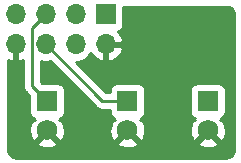
<source format=gbr>
%TF.GenerationSoftware,KiCad,Pcbnew,(5.1.10-1-10_14)*%
%TF.CreationDate,2022-01-10T10:47:52-08:00*%
%TF.ProjectId,ThermistorExpander-kicad,54686572-6d69-4737-946f-72457870616e,rev?*%
%TF.SameCoordinates,Original*%
%TF.FileFunction,Copper,L1,Top*%
%TF.FilePolarity,Positive*%
%FSLAX46Y46*%
G04 Gerber Fmt 4.6, Leading zero omitted, Abs format (unit mm)*
G04 Created by KiCad (PCBNEW (5.1.10-1-10_14)) date 2022-01-10 10:47:52*
%MOMM*%
%LPD*%
G01*
G04 APERTURE LIST*
%TA.AperFunction,ComponentPad*%
%ADD10R,1.700000X1.700000*%
%TD*%
%TA.AperFunction,ComponentPad*%
%ADD11O,1.700000X1.700000*%
%TD*%
%TA.AperFunction,ComponentPad*%
%ADD12R,1.750000X1.750000*%
%TD*%
%TA.AperFunction,ComponentPad*%
%ADD13C,1.750000*%
%TD*%
%TA.AperFunction,ViaPad*%
%ADD14C,0.800000*%
%TD*%
%TA.AperFunction,Conductor*%
%ADD15C,0.250000*%
%TD*%
%TA.AperFunction,Conductor*%
%ADD16C,0.254000*%
%TD*%
%TA.AperFunction,Conductor*%
%ADD17C,0.100000*%
%TD*%
G04 APERTURE END LIST*
D10*
%TO.P,J1,1*%
%TO.N,Net-(J1-Pad1)*%
X128270000Y-74930000D03*
D11*
%TO.P,J1,2*%
%TO.N,GND*%
X128270000Y-77470000D03*
%TO.P,J1,3*%
%TO.N,/V2.0*%
X125730000Y-74930000D03*
%TO.P,J1,4*%
%TO.N,/V3.0*%
X125730000Y-77470000D03*
%TO.P,J1,5*%
%TO.N,/TH2*%
X123190000Y-74930000D03*
%TO.P,J1,6*%
%TO.N,/TH3*%
X123190000Y-77470000D03*
%TO.P,J1,7*%
%TO.N,Net-(J1-Pad7)*%
X120650000Y-74930000D03*
%TO.P,J1,8*%
%TO.N,GND*%
X120650000Y-77470000D03*
%TD*%
D12*
%TO.P,J4,1*%
%TO.N,/TH4*%
X136906000Y-82270600D03*
D13*
%TO.P,J4,2*%
%TO.N,GND*%
X136906000Y-84770600D03*
%TD*%
D12*
%TO.P,J3,1*%
%TO.N,/TH3*%
X130098800Y-82270600D03*
D13*
%TO.P,J3,2*%
%TO.N,GND*%
X130098800Y-84770600D03*
%TD*%
D12*
%TO.P,J2,1*%
%TO.N,/TH2*%
X123291600Y-82270600D03*
D13*
%TO.P,J2,2*%
%TO.N,GND*%
X123291600Y-84770600D03*
%TD*%
D14*
%TO.N,GND*%
X136601200Y-76022200D03*
%TD*%
D15*
%TO.N,/TH2*%
X122014999Y-80993999D02*
X123291600Y-82270600D01*
X122014999Y-76105001D02*
X122014999Y-80993999D01*
X123190000Y-74930000D02*
X122014999Y-76105001D01*
%TO.N,/TH3*%
X127990600Y-82270600D02*
X130098800Y-82270600D01*
X123190000Y-77470000D02*
X127990600Y-82270600D01*
%TD*%
D16*
%TO.N,GND*%
X138624069Y-74309322D02*
X138737446Y-74343553D01*
X138842019Y-74399155D01*
X138933796Y-74474007D01*
X139009291Y-74565264D01*
X139065619Y-74669444D01*
X139100640Y-74782576D01*
X139116201Y-74930631D01*
X139116200Y-86429321D01*
X139101478Y-86579469D01*
X139067247Y-86692846D01*
X139011646Y-86797417D01*
X138936794Y-86889195D01*
X138845535Y-86964691D01*
X138741360Y-87021019D01*
X138628224Y-87056040D01*
X138480179Y-87071600D01*
X120656879Y-87071600D01*
X120506731Y-87056878D01*
X120393354Y-87022647D01*
X120288783Y-86967046D01*
X120197005Y-86892194D01*
X120121509Y-86800935D01*
X120065181Y-86696760D01*
X120030160Y-86583624D01*
X120014600Y-86435579D01*
X120014600Y-85816840D01*
X122424965Y-85816840D01*
X122505625Y-86068468D01*
X122773929Y-86196867D01*
X123062126Y-86270455D01*
X123359143Y-86286404D01*
X123653563Y-86244101D01*
X123934074Y-86145172D01*
X124077575Y-86068468D01*
X124158235Y-85816840D01*
X129232165Y-85816840D01*
X129312825Y-86068468D01*
X129581129Y-86196867D01*
X129869326Y-86270455D01*
X130166343Y-86286404D01*
X130460763Y-86244101D01*
X130741274Y-86145172D01*
X130884775Y-86068468D01*
X130965435Y-85816840D01*
X136039365Y-85816840D01*
X136120025Y-86068468D01*
X136388329Y-86196867D01*
X136676526Y-86270455D01*
X136973543Y-86286404D01*
X137267963Y-86244101D01*
X137548474Y-86145172D01*
X137691975Y-86068468D01*
X137772635Y-85816840D01*
X136906000Y-84950205D01*
X136039365Y-85816840D01*
X130965435Y-85816840D01*
X130098800Y-84950205D01*
X129232165Y-85816840D01*
X124158235Y-85816840D01*
X123291600Y-84950205D01*
X122424965Y-85816840D01*
X120014600Y-85816840D01*
X120014600Y-78804285D01*
X120145901Y-78866825D01*
X120293110Y-78911476D01*
X120523000Y-78790155D01*
X120523000Y-77597000D01*
X120503000Y-77597000D01*
X120503000Y-77343000D01*
X120523000Y-77343000D01*
X120523000Y-77323000D01*
X120777000Y-77323000D01*
X120777000Y-77343000D01*
X120797000Y-77343000D01*
X120797000Y-77597000D01*
X120777000Y-77597000D01*
X120777000Y-78790155D01*
X121006890Y-78911476D01*
X121154099Y-78866825D01*
X121255000Y-78818765D01*
X121255000Y-80956667D01*
X121251323Y-80993999D01*
X121265997Y-81142984D01*
X121309453Y-81286245D01*
X121380025Y-81418275D01*
X121451200Y-81505001D01*
X121474999Y-81534000D01*
X121503997Y-81557798D01*
X121778528Y-81832329D01*
X121778528Y-83145600D01*
X121790788Y-83270082D01*
X121827098Y-83389780D01*
X121886063Y-83500094D01*
X121965415Y-83596785D01*
X122062106Y-83676137D01*
X122172420Y-83735102D01*
X122179902Y-83737372D01*
X122129333Y-83787941D01*
X122245358Y-83903966D01*
X121993732Y-83984625D01*
X121865333Y-84252929D01*
X121791745Y-84541126D01*
X121775796Y-84838143D01*
X121818099Y-85132563D01*
X121917028Y-85413074D01*
X121993732Y-85556575D01*
X122245360Y-85637235D01*
X123111995Y-84770600D01*
X123097853Y-84756458D01*
X123277458Y-84576853D01*
X123291600Y-84590995D01*
X123305743Y-84576853D01*
X123485348Y-84756458D01*
X123471205Y-84770600D01*
X124337840Y-85637235D01*
X124589468Y-85556575D01*
X124717867Y-85288271D01*
X124791455Y-85000074D01*
X124807404Y-84703057D01*
X124765101Y-84408637D01*
X124666172Y-84128126D01*
X124589468Y-83984625D01*
X124337842Y-83903966D01*
X124453867Y-83787941D01*
X124403298Y-83737372D01*
X124410780Y-83735102D01*
X124521094Y-83676137D01*
X124617785Y-83596785D01*
X124697137Y-83500094D01*
X124756102Y-83389780D01*
X124792412Y-83270082D01*
X124804672Y-83145600D01*
X124804672Y-81395600D01*
X124792412Y-81271118D01*
X124756102Y-81151420D01*
X124697137Y-81041106D01*
X124617785Y-80944415D01*
X124521094Y-80865063D01*
X124410780Y-80806098D01*
X124291082Y-80769788D01*
X124166600Y-80757528D01*
X122853329Y-80757528D01*
X122774999Y-80679198D01*
X122774999Y-78901544D01*
X123043740Y-78955000D01*
X123336260Y-78955000D01*
X123556408Y-78911209D01*
X127426801Y-82781603D01*
X127450599Y-82810601D01*
X127479597Y-82834399D01*
X127566324Y-82905574D01*
X127698353Y-82976146D01*
X127841614Y-83019603D01*
X127990600Y-83034277D01*
X128027933Y-83030600D01*
X128585728Y-83030600D01*
X128585728Y-83145600D01*
X128597988Y-83270082D01*
X128634298Y-83389780D01*
X128693263Y-83500094D01*
X128772615Y-83596785D01*
X128869306Y-83676137D01*
X128979620Y-83735102D01*
X128987102Y-83737372D01*
X128936533Y-83787941D01*
X129052558Y-83903966D01*
X128800932Y-83984625D01*
X128672533Y-84252929D01*
X128598945Y-84541126D01*
X128582996Y-84838143D01*
X128625299Y-85132563D01*
X128724228Y-85413074D01*
X128800932Y-85556575D01*
X129052560Y-85637235D01*
X129919195Y-84770600D01*
X129905053Y-84756458D01*
X130084658Y-84576853D01*
X130098800Y-84590995D01*
X130112943Y-84576853D01*
X130292548Y-84756458D01*
X130278405Y-84770600D01*
X131145040Y-85637235D01*
X131396668Y-85556575D01*
X131525067Y-85288271D01*
X131598655Y-85000074D01*
X131607350Y-84838143D01*
X135390196Y-84838143D01*
X135432499Y-85132563D01*
X135531428Y-85413074D01*
X135608132Y-85556575D01*
X135859760Y-85637235D01*
X136726395Y-84770600D01*
X136712253Y-84756458D01*
X136891858Y-84576853D01*
X136906000Y-84590995D01*
X136920143Y-84576853D01*
X137099748Y-84756458D01*
X137085605Y-84770600D01*
X137952240Y-85637235D01*
X138203868Y-85556575D01*
X138332267Y-85288271D01*
X138405855Y-85000074D01*
X138421804Y-84703057D01*
X138379501Y-84408637D01*
X138280572Y-84128126D01*
X138203868Y-83984625D01*
X137952242Y-83903966D01*
X138068267Y-83787941D01*
X138017698Y-83737372D01*
X138025180Y-83735102D01*
X138135494Y-83676137D01*
X138232185Y-83596785D01*
X138311537Y-83500094D01*
X138370502Y-83389780D01*
X138406812Y-83270082D01*
X138419072Y-83145600D01*
X138419072Y-81395600D01*
X138406812Y-81271118D01*
X138370502Y-81151420D01*
X138311537Y-81041106D01*
X138232185Y-80944415D01*
X138135494Y-80865063D01*
X138025180Y-80806098D01*
X137905482Y-80769788D01*
X137781000Y-80757528D01*
X136031000Y-80757528D01*
X135906518Y-80769788D01*
X135786820Y-80806098D01*
X135676506Y-80865063D01*
X135579815Y-80944415D01*
X135500463Y-81041106D01*
X135441498Y-81151420D01*
X135405188Y-81271118D01*
X135392928Y-81395600D01*
X135392928Y-83145600D01*
X135405188Y-83270082D01*
X135441498Y-83389780D01*
X135500463Y-83500094D01*
X135579815Y-83596785D01*
X135676506Y-83676137D01*
X135786820Y-83735102D01*
X135794302Y-83737372D01*
X135743733Y-83787941D01*
X135859758Y-83903966D01*
X135608132Y-83984625D01*
X135479733Y-84252929D01*
X135406145Y-84541126D01*
X135390196Y-84838143D01*
X131607350Y-84838143D01*
X131614604Y-84703057D01*
X131572301Y-84408637D01*
X131473372Y-84128126D01*
X131396668Y-83984625D01*
X131145042Y-83903966D01*
X131261067Y-83787941D01*
X131210498Y-83737372D01*
X131217980Y-83735102D01*
X131328294Y-83676137D01*
X131424985Y-83596785D01*
X131504337Y-83500094D01*
X131563302Y-83389780D01*
X131599612Y-83270082D01*
X131611872Y-83145600D01*
X131611872Y-81395600D01*
X131599612Y-81271118D01*
X131563302Y-81151420D01*
X131504337Y-81041106D01*
X131424985Y-80944415D01*
X131328294Y-80865063D01*
X131217980Y-80806098D01*
X131098282Y-80769788D01*
X130973800Y-80757528D01*
X129223800Y-80757528D01*
X129099318Y-80769788D01*
X128979620Y-80806098D01*
X128869306Y-80865063D01*
X128772615Y-80944415D01*
X128693263Y-81041106D01*
X128634298Y-81151420D01*
X128597988Y-81271118D01*
X128585728Y-81395600D01*
X128585728Y-81510600D01*
X128305402Y-81510600D01*
X125749801Y-78955000D01*
X125876260Y-78955000D01*
X126163158Y-78897932D01*
X126433411Y-78785990D01*
X126676632Y-78623475D01*
X126883475Y-78416632D01*
X127005195Y-78234466D01*
X127074822Y-78351355D01*
X127269731Y-78567588D01*
X127503080Y-78741641D01*
X127765901Y-78866825D01*
X127913110Y-78911476D01*
X128143000Y-78790155D01*
X128143000Y-77597000D01*
X128397000Y-77597000D01*
X128397000Y-78790155D01*
X128626890Y-78911476D01*
X128774099Y-78866825D01*
X129036920Y-78741641D01*
X129270269Y-78567588D01*
X129465178Y-78351355D01*
X129614157Y-78101252D01*
X129711481Y-77826891D01*
X129590814Y-77597000D01*
X128397000Y-77597000D01*
X128143000Y-77597000D01*
X128123000Y-77597000D01*
X128123000Y-77343000D01*
X128143000Y-77343000D01*
X128143000Y-77323000D01*
X128397000Y-77323000D01*
X128397000Y-77343000D01*
X129590814Y-77343000D01*
X129711481Y-77113109D01*
X129614157Y-76838748D01*
X129465178Y-76588645D01*
X129288374Y-76392498D01*
X129364180Y-76369502D01*
X129474494Y-76310537D01*
X129571185Y-76231185D01*
X129650537Y-76134494D01*
X129709502Y-76024180D01*
X129745812Y-75904482D01*
X129758072Y-75780000D01*
X129758072Y-74294600D01*
X138473921Y-74294600D01*
X138624069Y-74309322D01*
%TA.AperFunction,Conductor*%
D17*
G36*
X138624069Y-74309322D02*
G01*
X138737446Y-74343553D01*
X138842019Y-74399155D01*
X138933796Y-74474007D01*
X139009291Y-74565264D01*
X139065619Y-74669444D01*
X139100640Y-74782576D01*
X139116201Y-74930631D01*
X139116200Y-86429321D01*
X139101478Y-86579469D01*
X139067247Y-86692846D01*
X139011646Y-86797417D01*
X138936794Y-86889195D01*
X138845535Y-86964691D01*
X138741360Y-87021019D01*
X138628224Y-87056040D01*
X138480179Y-87071600D01*
X120656879Y-87071600D01*
X120506731Y-87056878D01*
X120393354Y-87022647D01*
X120288783Y-86967046D01*
X120197005Y-86892194D01*
X120121509Y-86800935D01*
X120065181Y-86696760D01*
X120030160Y-86583624D01*
X120014600Y-86435579D01*
X120014600Y-85816840D01*
X122424965Y-85816840D01*
X122505625Y-86068468D01*
X122773929Y-86196867D01*
X123062126Y-86270455D01*
X123359143Y-86286404D01*
X123653563Y-86244101D01*
X123934074Y-86145172D01*
X124077575Y-86068468D01*
X124158235Y-85816840D01*
X129232165Y-85816840D01*
X129312825Y-86068468D01*
X129581129Y-86196867D01*
X129869326Y-86270455D01*
X130166343Y-86286404D01*
X130460763Y-86244101D01*
X130741274Y-86145172D01*
X130884775Y-86068468D01*
X130965435Y-85816840D01*
X136039365Y-85816840D01*
X136120025Y-86068468D01*
X136388329Y-86196867D01*
X136676526Y-86270455D01*
X136973543Y-86286404D01*
X137267963Y-86244101D01*
X137548474Y-86145172D01*
X137691975Y-86068468D01*
X137772635Y-85816840D01*
X136906000Y-84950205D01*
X136039365Y-85816840D01*
X130965435Y-85816840D01*
X130098800Y-84950205D01*
X129232165Y-85816840D01*
X124158235Y-85816840D01*
X123291600Y-84950205D01*
X122424965Y-85816840D01*
X120014600Y-85816840D01*
X120014600Y-78804285D01*
X120145901Y-78866825D01*
X120293110Y-78911476D01*
X120523000Y-78790155D01*
X120523000Y-77597000D01*
X120503000Y-77597000D01*
X120503000Y-77343000D01*
X120523000Y-77343000D01*
X120523000Y-77323000D01*
X120777000Y-77323000D01*
X120777000Y-77343000D01*
X120797000Y-77343000D01*
X120797000Y-77597000D01*
X120777000Y-77597000D01*
X120777000Y-78790155D01*
X121006890Y-78911476D01*
X121154099Y-78866825D01*
X121255000Y-78818765D01*
X121255000Y-80956667D01*
X121251323Y-80993999D01*
X121265997Y-81142984D01*
X121309453Y-81286245D01*
X121380025Y-81418275D01*
X121451200Y-81505001D01*
X121474999Y-81534000D01*
X121503997Y-81557798D01*
X121778528Y-81832329D01*
X121778528Y-83145600D01*
X121790788Y-83270082D01*
X121827098Y-83389780D01*
X121886063Y-83500094D01*
X121965415Y-83596785D01*
X122062106Y-83676137D01*
X122172420Y-83735102D01*
X122179902Y-83737372D01*
X122129333Y-83787941D01*
X122245358Y-83903966D01*
X121993732Y-83984625D01*
X121865333Y-84252929D01*
X121791745Y-84541126D01*
X121775796Y-84838143D01*
X121818099Y-85132563D01*
X121917028Y-85413074D01*
X121993732Y-85556575D01*
X122245360Y-85637235D01*
X123111995Y-84770600D01*
X123097853Y-84756458D01*
X123277458Y-84576853D01*
X123291600Y-84590995D01*
X123305743Y-84576853D01*
X123485348Y-84756458D01*
X123471205Y-84770600D01*
X124337840Y-85637235D01*
X124589468Y-85556575D01*
X124717867Y-85288271D01*
X124791455Y-85000074D01*
X124807404Y-84703057D01*
X124765101Y-84408637D01*
X124666172Y-84128126D01*
X124589468Y-83984625D01*
X124337842Y-83903966D01*
X124453867Y-83787941D01*
X124403298Y-83737372D01*
X124410780Y-83735102D01*
X124521094Y-83676137D01*
X124617785Y-83596785D01*
X124697137Y-83500094D01*
X124756102Y-83389780D01*
X124792412Y-83270082D01*
X124804672Y-83145600D01*
X124804672Y-81395600D01*
X124792412Y-81271118D01*
X124756102Y-81151420D01*
X124697137Y-81041106D01*
X124617785Y-80944415D01*
X124521094Y-80865063D01*
X124410780Y-80806098D01*
X124291082Y-80769788D01*
X124166600Y-80757528D01*
X122853329Y-80757528D01*
X122774999Y-80679198D01*
X122774999Y-78901544D01*
X123043740Y-78955000D01*
X123336260Y-78955000D01*
X123556408Y-78911209D01*
X127426801Y-82781603D01*
X127450599Y-82810601D01*
X127479597Y-82834399D01*
X127566324Y-82905574D01*
X127698353Y-82976146D01*
X127841614Y-83019603D01*
X127990600Y-83034277D01*
X128027933Y-83030600D01*
X128585728Y-83030600D01*
X128585728Y-83145600D01*
X128597988Y-83270082D01*
X128634298Y-83389780D01*
X128693263Y-83500094D01*
X128772615Y-83596785D01*
X128869306Y-83676137D01*
X128979620Y-83735102D01*
X128987102Y-83737372D01*
X128936533Y-83787941D01*
X129052558Y-83903966D01*
X128800932Y-83984625D01*
X128672533Y-84252929D01*
X128598945Y-84541126D01*
X128582996Y-84838143D01*
X128625299Y-85132563D01*
X128724228Y-85413074D01*
X128800932Y-85556575D01*
X129052560Y-85637235D01*
X129919195Y-84770600D01*
X129905053Y-84756458D01*
X130084658Y-84576853D01*
X130098800Y-84590995D01*
X130112943Y-84576853D01*
X130292548Y-84756458D01*
X130278405Y-84770600D01*
X131145040Y-85637235D01*
X131396668Y-85556575D01*
X131525067Y-85288271D01*
X131598655Y-85000074D01*
X131607350Y-84838143D01*
X135390196Y-84838143D01*
X135432499Y-85132563D01*
X135531428Y-85413074D01*
X135608132Y-85556575D01*
X135859760Y-85637235D01*
X136726395Y-84770600D01*
X136712253Y-84756458D01*
X136891858Y-84576853D01*
X136906000Y-84590995D01*
X136920143Y-84576853D01*
X137099748Y-84756458D01*
X137085605Y-84770600D01*
X137952240Y-85637235D01*
X138203868Y-85556575D01*
X138332267Y-85288271D01*
X138405855Y-85000074D01*
X138421804Y-84703057D01*
X138379501Y-84408637D01*
X138280572Y-84128126D01*
X138203868Y-83984625D01*
X137952242Y-83903966D01*
X138068267Y-83787941D01*
X138017698Y-83737372D01*
X138025180Y-83735102D01*
X138135494Y-83676137D01*
X138232185Y-83596785D01*
X138311537Y-83500094D01*
X138370502Y-83389780D01*
X138406812Y-83270082D01*
X138419072Y-83145600D01*
X138419072Y-81395600D01*
X138406812Y-81271118D01*
X138370502Y-81151420D01*
X138311537Y-81041106D01*
X138232185Y-80944415D01*
X138135494Y-80865063D01*
X138025180Y-80806098D01*
X137905482Y-80769788D01*
X137781000Y-80757528D01*
X136031000Y-80757528D01*
X135906518Y-80769788D01*
X135786820Y-80806098D01*
X135676506Y-80865063D01*
X135579815Y-80944415D01*
X135500463Y-81041106D01*
X135441498Y-81151420D01*
X135405188Y-81271118D01*
X135392928Y-81395600D01*
X135392928Y-83145600D01*
X135405188Y-83270082D01*
X135441498Y-83389780D01*
X135500463Y-83500094D01*
X135579815Y-83596785D01*
X135676506Y-83676137D01*
X135786820Y-83735102D01*
X135794302Y-83737372D01*
X135743733Y-83787941D01*
X135859758Y-83903966D01*
X135608132Y-83984625D01*
X135479733Y-84252929D01*
X135406145Y-84541126D01*
X135390196Y-84838143D01*
X131607350Y-84838143D01*
X131614604Y-84703057D01*
X131572301Y-84408637D01*
X131473372Y-84128126D01*
X131396668Y-83984625D01*
X131145042Y-83903966D01*
X131261067Y-83787941D01*
X131210498Y-83737372D01*
X131217980Y-83735102D01*
X131328294Y-83676137D01*
X131424985Y-83596785D01*
X131504337Y-83500094D01*
X131563302Y-83389780D01*
X131599612Y-83270082D01*
X131611872Y-83145600D01*
X131611872Y-81395600D01*
X131599612Y-81271118D01*
X131563302Y-81151420D01*
X131504337Y-81041106D01*
X131424985Y-80944415D01*
X131328294Y-80865063D01*
X131217980Y-80806098D01*
X131098282Y-80769788D01*
X130973800Y-80757528D01*
X129223800Y-80757528D01*
X129099318Y-80769788D01*
X128979620Y-80806098D01*
X128869306Y-80865063D01*
X128772615Y-80944415D01*
X128693263Y-81041106D01*
X128634298Y-81151420D01*
X128597988Y-81271118D01*
X128585728Y-81395600D01*
X128585728Y-81510600D01*
X128305402Y-81510600D01*
X125749801Y-78955000D01*
X125876260Y-78955000D01*
X126163158Y-78897932D01*
X126433411Y-78785990D01*
X126676632Y-78623475D01*
X126883475Y-78416632D01*
X127005195Y-78234466D01*
X127074822Y-78351355D01*
X127269731Y-78567588D01*
X127503080Y-78741641D01*
X127765901Y-78866825D01*
X127913110Y-78911476D01*
X128143000Y-78790155D01*
X128143000Y-77597000D01*
X128397000Y-77597000D01*
X128397000Y-78790155D01*
X128626890Y-78911476D01*
X128774099Y-78866825D01*
X129036920Y-78741641D01*
X129270269Y-78567588D01*
X129465178Y-78351355D01*
X129614157Y-78101252D01*
X129711481Y-77826891D01*
X129590814Y-77597000D01*
X128397000Y-77597000D01*
X128143000Y-77597000D01*
X128123000Y-77597000D01*
X128123000Y-77343000D01*
X128143000Y-77343000D01*
X128143000Y-77323000D01*
X128397000Y-77323000D01*
X128397000Y-77343000D01*
X129590814Y-77343000D01*
X129711481Y-77113109D01*
X129614157Y-76838748D01*
X129465178Y-76588645D01*
X129288374Y-76392498D01*
X129364180Y-76369502D01*
X129474494Y-76310537D01*
X129571185Y-76231185D01*
X129650537Y-76134494D01*
X129709502Y-76024180D01*
X129745812Y-75904482D01*
X129758072Y-75780000D01*
X129758072Y-74294600D01*
X138473921Y-74294600D01*
X138624069Y-74309322D01*
G37*
%TD.AperFunction*%
%TD*%
M02*

</source>
